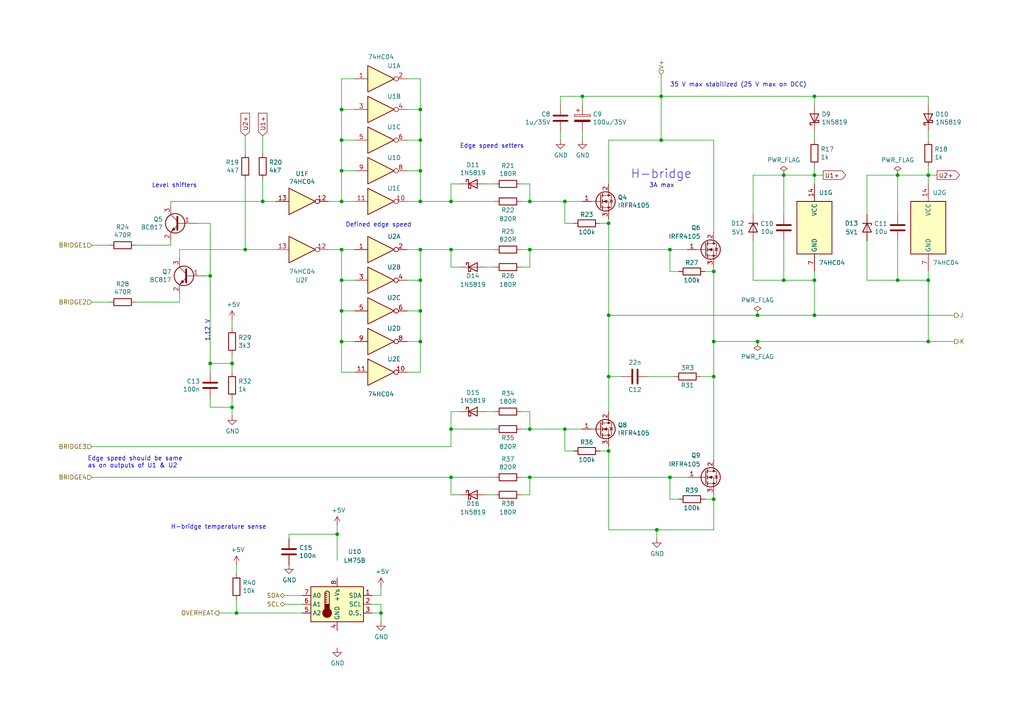
<source format=kicad_sch>
(kicad_sch (version 20231120) (generator "eeschema") (generator_version "8.0")
  (paper "A4")
  (title_block (title "HB22 – DCC booster") (date "2025-02-20") (rev "1.0") (company "Model Railroader Club Brno I – KMŽ Brno I – https://kmz-brno.cz/") (comment 1 "Jan Horáček") (comment 2 "https://github.com/kmzbrnoI/hb22") (comment 3 "https://creativecommons.org/licenses/by-sa/4.0/") (comment 4 "Released under the Creative Commons Attribution-ShareAlike 4.0 License"))
  (lib_symbols
    (symbol "74xx:74HC04"
      (property "Reference" "U" (at 0 1.27 0))
      (property "Value" "74HC04" (at 0 -1.27 0))
      (symbol "74HC04_1_0"
        (polyline (pts (xy -3.81 3.81) (xy -3.81 -3.81) (xy 3.81 0) (xy -3.81 3.81)) (stroke (width 0.254)) (fill (type background)))
        (pin input line (at -7.62 0 0) (length 3.81) (name "~") (number "1"))
        (pin output inverted (at 7.62 0 180) (length 3.81) (name "~") (number "2"))
      )
      (symbol "74HC04_2_0"
        (polyline (pts (xy -3.81 3.81) (xy -3.81 -3.81) (xy 3.81 0) (xy -3.81 3.81)) (stroke (width 0.254)) (fill (type background)))
        (pin input line (at -7.62 0 0) (length 3.81) (name "~") (number "3"))
        (pin output inverted (at 7.62 0 180) (length 3.81) (name "~") (number "4"))
      )
      (symbol "74HC04_3_0"
        (polyline (pts (xy -3.81 3.81) (xy -3.81 -3.81) (xy 3.81 0) (xy -3.81 3.81)) (stroke (width 0.254)) (fill (type background)))
        (pin input line (at -7.62 0 0) (length 3.81) (name "~") (number "5"))
        (pin output inverted (at 7.62 0 180) (length 3.81) (name "~") (number "6"))
      )
      (symbol "74HC04_4_0"
        (polyline (pts (xy -3.81 3.81) (xy -3.81 -3.81) (xy 3.81 0) (xy -3.81 3.81)) (stroke (width 0.254)) (fill (type background)))
        (pin output inverted (at 7.62 0 180) (length 3.81) (name "~") (number "8"))
        (pin input line (at -7.62 0 0) (length 3.81) (name "~") (number "9"))
      )
      (symbol "74HC04_5_0"
        (polyline (pts (xy -3.81 3.81) (xy -3.81 -3.81) (xy 3.81 0) (xy -3.81 3.81)) (stroke (width 0.254)) (fill (type background)))
        (pin output inverted (at 7.62 0 180) (length 3.81) (name "~") (number "10"))
        (pin input line (at -7.62 0 0) (length 3.81) (name "~") (number "11"))
      )
      (symbol "74HC04_6_0"
        (polyline (pts (xy -3.81 3.81) (xy -3.81 -3.81) (xy 3.81 0) (xy -3.81 3.81)) (stroke (width 0.254)) (fill (type background)))
        (pin output inverted (at 7.62 0 180) (length 3.81) (name "~") (number "12"))
        (pin input line (at -7.62 0 0) (length 3.81) (name "~") (number "13"))
      )
      (symbol "74HC04_7_0"
        (pin power_in line (at 0 12.7 270) (length 5.08) (name "VCC") (number "14"))
        (pin power_in line (at 0 -12.7 90) (length 5.08) (name "GND") (number "7"))
      )
      (symbol "74HC04_7_1"
        (rectangle (start -5.08 7.62) (end 5.08 -7.62) (stroke (width 0.254)) (fill (type background)))
      )
    )
    (symbol "Device:C" (pin_numbers hide) (pin_names (offset 0.254))
      (property "Reference" "C" (at 0.635 2.54 0))
      (property "Value" "C" (at 0.635 -2.54 0))
      (symbol "C_0_1"
        (polyline (pts (xy -2.032 -0.762) (xy 2.032 -0.762)) (stroke (width 0.508)))
        (polyline (pts (xy -2.032 0.762) (xy 2.032 0.762)) (stroke (width 0.508)))
      )
      (symbol "C_1_1"
        (pin passive line (at 0 3.81 270) (length 2.794) (name "~") (number "1"))
        (pin passive line (at 0 -3.81 90) (length 2.794) (name "~") (number "2"))
      )
    )
    (symbol "Device:C_Polarized" (pin_numbers hide) (pin_names (offset 0.254))
      (property "Reference" "C" (at 0.635 2.54 0))
      (property "Value" "C_Polarized" (at 0.635 -2.54 0))
      (symbol "C_Polarized_0_1"
        (rectangle (start -2.286 0.508) (end 2.286 1.016))
        (polyline (pts (xy -1.778 2.286) (xy -0.762 2.286)))
        (polyline (pts (xy -1.27 2.794) (xy -1.27 1.778)))
        (rectangle (start 2.286 -0.508) (end -2.286 -1.016) (fill (type outline)))
      )
      (symbol "C_Polarized_1_1"
        (pin passive line (at 0 3.81 270) (length 2.794) (name "~") (number "1"))
        (pin passive line (at 0 -3.81 90) (length 2.794) (name "~") (number "2"))
      )
    )
    (symbol "Device:D_Schottky" (pin_numbers hide) (pin_names (offset 1.016) hide)
      (property "Reference" "D" (at 0 2.54 0))
      (property "Value" "D_Schottky" (at 0 -2.54 0))
      (symbol "D_Schottky_0_1"
        (polyline (pts (xy 1.27 0) (xy -1.27 0)))
        (polyline (pts (xy 1.27 1.27) (xy 1.27 -1.27) (xy -1.27 0) (xy 1.27 1.27)) (stroke (width 0.254)))
        (polyline (pts (xy -1.905 0.635) (xy -1.905 1.27) (xy -1.27 1.27) (xy -1.27 -1.27) (xy -0.635 -1.27) (xy -0.635 -0.635)) (stroke (width 0.254)))
      )
      (symbol "D_Schottky_1_1"
        (pin passive line (at -3.81 0 0) (length 2.54) (name "K") (number "1"))
        (pin passive line (at 3.81 0 180) (length 2.54) (name "A") (number "2"))
      )
    )
    (symbol "Device:Q_NMOS_GDS" (pin_names (offset 0) hide)
      (property "Reference" "Q" (at 5.08 1.27 0))
      (property "Value" "Q_NMOS_GDS" (at 5.08 -1.27 0))
      (symbol "Q_NMOS_GDS_0_1"
        (polyline (pts (xy 0.254 0) (xy -2.54 0)))
        (polyline (pts (xy 0.254 1.905) (xy 0.254 -1.905)) (stroke (width 0.254)))
        (polyline (pts (xy 0.762 -1.27) (xy 0.762 -2.286)) (stroke (width 0.254)))
        (polyline (pts (xy 0.762 0.508) (xy 0.762 -0.508)) (stroke (width 0.254)))
        (polyline (pts (xy 0.762 2.286) (xy 0.762 1.27)) (stroke (width 0.254)))
        (polyline (pts (xy 2.54 2.54) (xy 2.54 1.778)))
        (polyline (pts (xy 2.54 -2.54) (xy 2.54 0) (xy 0.762 0)))
        (polyline (pts (xy 0.762 -1.778) (xy 3.302 -1.778) (xy 3.302 1.778) (xy 0.762 1.778)))
        (polyline (pts (xy 1.016 0) (xy 2.032 0.381) (xy 2.032 -0.381) (xy 1.016 0)) (fill (type outline)))
        (polyline (pts (xy 2.794 0.508) (xy 2.921 0.381) (xy 3.683 0.381) (xy 3.81 0.254)))
        (polyline (pts (xy 3.302 0.381) (xy 2.921 -0.254) (xy 3.683 -0.254) (xy 3.302 0.381)))
        (circle (center 1.651 0) (radius 2.794) (stroke (width 0.254)))
        (circle (center 2.54 -1.778) (radius 0.254) (fill (type outline)))
        (circle (center 2.54 1.778) (radius 0.254) (fill (type outline)))
      )
      (symbol "Q_NMOS_GDS_1_1"
        (pin input line (at -5.08 0 0) (length 2.54) (name "G") (number "1"))
        (pin passive line (at 2.54 5.08 270) (length 2.54) (name "D") (number "2"))
        (pin passive line (at 2.54 -5.08 90) (length 2.54) (name "S") (number "3"))
      )
    )
    (symbol "Device:R" (pin_numbers hide) (pin_names (offset 0))
      (property "Reference" "R" (at 2.032 0 90))
      (property "Value" "R" (at 0 0 90))
      (symbol "R_0_1"
        (rectangle (start -1.016 -2.54) (end 1.016 2.54) (stroke (width 0.254)))
      )
      (symbol "R_1_1"
        (pin passive line (at 0 3.81 270) (length 1.27) (name "~") (number "1"))
        (pin passive line (at 0 -3.81 90) (length 1.27) (name "~") (number "2"))
      )
    )
    (symbol "Diode:BZX84Cxx" (pin_numbers hide) (pin_names hide)
      (property "Reference" "D" (at 0 3.81 0))
      (property "Value" "BZX84Cxx" (at 0 -3.81 0))
      (symbol "BZX84Cxx_0_1"
        (polyline (pts (xy 1.27 0) (xy -1.27 0)))
        (polyline (pts (xy -1.27 -1.27) (xy -1.27 1.27) (xy -0.762 1.27)) (stroke (width 0.254)))
        (polyline (pts (xy 1.27 -1.27) (xy 1.27 1.27) (xy -1.27 0) (xy 1.27 -1.27)) (stroke (width 0.254)))
      )
      (symbol "BZX84Cxx_1_1"
        (pin passive line (at 3.81 0 180) (length 2.54) (name "A") (number "1"))
        (pin no_connect line (at 1.27 0 180) (length 2.54) hide (name "NC") (number "2"))
        (pin passive line (at -3.81 0 0) (length 2.54) (name "K") (number "3"))
      )
    )
    (symbol "Sensor_Temperature:LM75B"
      (property "Reference" "U" (at -6.35 11.43 0))
      (property "Value" "LM75B" (at 0 11.43 0))
      (symbol "LM75B_0_1"
        (rectangle (start -7.62 5.08) (end 7.62 -5.08) (stroke (width 0.254)) (fill (type background)))
        (rectangle (start -3.556 0) (end -2.286 -1.905) (stroke (width 0.254)) (fill (type outline)))
        (circle (center -2.921 -2.54) (radius 1.27) (stroke (width 0.254)) (fill (type outline)))
        (arc (start -2.286 3.175) (mid -2.921 3.8073) (end -3.556 3.175) (stroke (width 0.254)))
        (polyline (pts (xy -3.556 0.635) (xy -2.921 0.635)) (stroke (width 0.254)))
        (polyline (pts (xy -3.556 1.27) (xy -2.921 1.27)) (stroke (width 0.254)))
        (polyline (pts (xy -3.556 1.905) (xy -2.921 1.905)) (stroke (width 0.254)))
        (polyline (pts (xy -3.556 2.54) (xy -2.921 2.54)) (stroke (width 0.254)))
        (polyline (pts (xy -3.556 3.175) (xy -3.556 0)) (stroke (width 0.254)))
        (polyline (pts (xy -3.556 3.175) (xy -2.921 3.175)) (stroke (width 0.254)))
        (polyline (pts (xy -2.286 3.175) (xy -2.286 0)) (stroke (width 0.254)))
      )
      (symbol "LM75B_1_1"
        (pin bidirectional line (at 10.16 2.54 180) (length 2.54) (name "SDA") (number "1"))
        (pin input line (at 10.16 0 180) (length 2.54) (name "SCL") (number "2"))
        (pin open_collector line (at 10.16 -2.54 180) (length 2.54) (name "O.S.") (number "3"))
        (pin power_in line (at 0 -7.62 90) (length 2.54) (name "GND") (number "4"))
        (pin input line (at -10.16 -2.54 0) (length 2.54) (name "A2") (number "5"))
        (pin input line (at -10.16 0 0) (length 2.54) (name "A1") (number "6"))
        (pin input line (at -10.16 2.54 0) (length 2.54) (name "A0") (number "7"))
        (pin power_in line (at 0 7.62 270) (length 2.54) (name "+Vs") (number "8"))
      )
    )
    (symbol "Transistor_BJT:BC817" (pin_names (offset 0) hide)
      (property "Reference" "Q" (at 5.08 1.905 0))
      (property "Value" "BC817" (at 5.08 0 0))
      (symbol "BC817_0_1"
        (polyline (pts (xy 0.635 0.635) (xy 2.54 2.54)))
        (polyline (pts (xy 0.635 -0.635) (xy 2.54 -2.54) (xy 2.54 -2.54)))
        (polyline (pts (xy 0.635 1.905) (xy 0.635 -1.905) (xy 0.635 -1.905)) (stroke (width 0.508)))
        (polyline (pts (xy 1.27 -1.778) (xy 1.778 -1.27) (xy 2.286 -2.286) (xy 1.27 -1.778) (xy 1.27 -1.778)) (fill (type outline)))
        (circle (center 1.27 0) (radius 2.8194) (stroke (width 0.254)))
      )
      (symbol "BC817_1_1"
        (pin input line (at -5.08 0 0) (length 5.715) (name "B") (number "1"))
        (pin passive line (at 2.54 -5.08 90) (length 2.54) (name "E") (number "2"))
        (pin passive line (at 2.54 5.08 270) (length 2.54) (name "C") (number "3"))
      )
    )
    (symbol "power:+5V" (power) (pin_numbers hide) (pin_names (offset 0) hide)
      (property "Value" "+5V" (at 0 3.556 0))
      (symbol "+5V_0_1"
        (polyline (pts (xy -0.762 1.27) (xy 0 2.54)))
        (polyline (pts (xy 0 0) (xy 0 2.54)))
        (polyline (pts (xy 0 2.54) (xy 0.762 1.27)))
      )
      (symbol "+5V_1_1"
        (pin power_in line (at 0 0 90) (length 0) (name "~") (number "1"))
      )
    )
    (symbol "power:GND" (power) (pin_numbers hide) (pin_names (offset 0) hide)
      (property "Value" "GND" (at 0 -3.81 0))
      (symbol "GND_0_1"
        (polyline (pts (xy 0 0) (xy 0 -1.27) (xy 1.27 -1.27) (xy 0 -2.54) (xy -1.27 -1.27) (xy 0 -1.27)))
      )
      (symbol "GND_1_1"
        (pin power_in line (at 0 0 270) (length 0) (name "~") (number "1"))
      )
    )
    (symbol "power:PWR_FLAG" (power) (pin_numbers hide) (pin_names (offset 0) hide)
      (property "Value" "PWR_FLAG" (at 0 3.81 0))
      (symbol "PWR_FLAG_0_0"
        (pin power_out line (at 0 0 90) (length 0) (name "~") (number "1"))
      )
      (symbol "PWR_FLAG_0_1"
        (polyline (pts (xy 0 0) (xy 0 1.27) (xy -1.016 1.905) (xy 0 2.54) (xy 1.016 1.905) (xy 0 1.27)))
      )
    )
  )
  (junction (at 176.53 91.44))
  (junction (at 153.67 124.46))
  (junction (at 190.5 153.67))
  (junction (at 67.31 105.41))
  (junction (at 99.06 40.64))
  (junction (at 99.06 81.28))
  (junction (at 76.2 58.42))
  (junction (at 194.31 138.43))
  (junction (at 121.92 99.06))
  (junction (at 110.49 177.8))
  (junction (at 130.81 58.42))
  (junction (at 97.79 154.94))
  (junction (at 163.83 58.42))
  (junction (at 236.22 81.28))
  (junction (at 71.12 72.39))
  (junction (at 191.77 27.94))
  (junction (at 194.31 72.39))
  (junction (at 121.92 58.42))
  (junction (at 227.33 50.8))
  (junction (at 99.06 99.06))
  (junction (at 121.92 72.39))
  (junction (at 99.06 72.39))
  (junction (at 176.53 109.22))
  (junction (at 269.24 50.8))
  (junction (at 99.06 31.75))
  (junction (at 260.35 81.28))
  (junction (at 67.31 118.11))
  (junction (at 130.81 72.39))
  (junction (at 130.81 138.43))
  (junction (at 236.22 27.94))
  (junction (at 121.92 90.17))
  (junction (at 207.01 144.78))
  (junction (at 227.33 81.28))
  (junction (at 168.91 27.94))
  (junction (at 207.01 99.06))
  (junction (at 130.81 124.46))
  (junction (at 163.83 124.46))
  (junction (at 219.71 91.44))
  (junction (at 153.67 58.42))
  (junction (at 121.92 31.75))
  (junction (at 99.06 58.42))
  (junction (at 121.92 49.53))
  (junction (at 121.92 81.28))
  (junction (at 207.01 109.22))
  (junction (at 153.67 138.43))
  (junction (at 153.67 72.39))
  (junction (at 176.53 130.81))
  (junction (at 219.71 99.06))
  (junction (at 236.22 50.8))
  (junction (at 68.58 177.8))
  (junction (at 207.01 78.74))
  (junction (at 99.06 49.53))
  (junction (at 176.53 64.77))
  (junction (at 260.35 50.8))
  (junction (at 60.96 105.41))
  (junction (at 60.96 80.01))
  (junction (at 269.24 99.06))
  (junction (at 269.24 81.28))
  (junction (at 191.77 40.64))
  (junction (at 99.06 90.17))
  (junction (at 121.92 40.64))
  (junction (at 236.22 91.44))
  (wire (pts (xy 118.11 90.17) (xy 121.92 90.17)))
  (wire (pts (xy 97.79 162.56) (xy 97.79 154.94)))
  (wire (pts (xy 194.31 144.78) (xy 194.31 138.43)))
  (wire (pts (xy 251.46 69.85) (xy 251.46 81.28)))
  (wire (pts (xy 143.51 72.39) (xy 130.81 72.39)))
  (wire (pts (xy 52.07 87.63) (xy 52.07 85.09)))
  (wire (pts (xy 99.06 31.75) (xy 99.06 22.86)))
  (wire (pts (xy 49.53 59.69) (xy 49.53 58.42)))
  (wire (pts (xy 68.58 177.8) (xy 87.63 177.8)))
  (wire (pts (xy 71.12 44.45) (xy 71.12 39.37)))
  (wire (pts (xy 102.87 49.53) (xy 99.06 49.53)))
  (wire (pts (xy 130.81 143.51) (xy 133.35 143.51)))
  (wire (pts (xy 207.01 99.06) (xy 207.01 109.22)))
  (wire (pts (xy 130.81 53.34) (xy 133.35 53.34)))
  (wire (pts (xy 60.96 105.41) (xy 67.31 105.41)))
  (wire (pts (xy 260.35 50.8) (xy 269.24 50.8)))
  (wire (pts (xy 99.06 99.06) (xy 99.06 90.17)))
  (wire (pts (xy 121.92 99.06) (xy 121.92 107.95)))
  (wire (pts (xy 95.25 72.39) (xy 99.06 72.39)))
  (wire (pts (xy 204.47 144.78) (xy 207.01 144.78)))
  (wire (pts (xy 130.81 72.39) (xy 130.81 77.47)))
  (wire (pts (xy 153.67 138.43) (xy 153.67 143.51)))
  (wire (pts (xy 176.53 64.77) (xy 176.53 91.44)))
  (wire (pts (xy 102.87 40.64) (xy 99.06 40.64)))
  (wire (pts (xy 153.67 124.46) (xy 151.13 124.46)))
  (wire (pts (xy 207.01 99.06) (xy 219.71 99.06)))
  (wire (pts (xy 118.11 40.64) (xy 121.92 40.64)))
  (wire (pts (xy 166.37 64.77) (xy 163.83 64.77)))
  (wire (pts (xy 130.81 58.42) (xy 130.81 53.34)))
  (wire (pts (xy 130.81 124.46) (xy 130.81 119.38)))
  (wire (pts (xy 176.53 153.67) (xy 190.5 153.67)))
  (wire (pts (xy 163.83 58.42) (xy 168.91 58.42)))
  (wire (pts (xy 99.06 72.39) (xy 102.87 72.39)))
  (wire (pts (xy 191.77 40.64) (xy 207.01 40.64)))
  (wire (pts (xy 236.22 48.26) (xy 236.22 50.8)))
  (wire (pts (xy 162.56 30.48) (xy 162.56 27.94)))
  (wire (pts (xy 151.13 143.51) (xy 153.67 143.51)))
  (wire (pts (xy 269.24 40.64) (xy 269.24 38.1)))
  (wire (pts (xy 168.91 30.48) (xy 168.91 27.94)))
  (wire (pts (xy 227.33 62.23) (xy 227.33 50.8)))
  (wire (pts (xy 176.53 130.81) (xy 176.53 153.67)))
  (wire (pts (xy 191.77 27.94) (xy 191.77 40.64)))
  (wire (pts (xy 83.82 156.21) (xy 83.82 154.94)))
  (wire (pts (xy 60.96 118.11) (xy 67.31 118.11)))
  (wire (pts (xy 204.47 78.74) (xy 207.01 78.74)))
  (wire (pts (xy 176.53 53.34) (xy 176.53 40.64)))
  (wire (pts (xy 121.92 58.42) (xy 118.11 58.42)))
  (wire (pts (xy 110.49 177.8) (xy 110.49 180.34)))
  (wire (pts (xy 60.96 64.77) (xy 57.15 64.77)))
  (wire (pts (xy 166.37 130.81) (xy 163.83 130.81)))
  (wire (pts (xy 194.31 78.74) (xy 194.31 72.39)))
  (wire (pts (xy 118.11 72.39) (xy 121.92 72.39)))
  (wire (pts (xy 180.34 109.22) (xy 176.53 109.22)))
  (wire (pts (xy 236.22 38.1) (xy 236.22 40.64)))
  (wire (pts (xy 39.37 87.63) (xy 52.07 87.63)))
  (wire (pts (xy 251.46 81.28) (xy 260.35 81.28)))
  (wire (pts (xy 176.53 63.5) (xy 176.53 64.77)))
  (wire (pts (xy 251.46 62.23) (xy 251.46 50.8)))
  (wire (pts (xy 102.87 81.28) (xy 99.06 81.28)))
  (wire (pts (xy 26.67 129.54) (xy 130.81 129.54)))
  (wire (pts (xy 49.53 58.42) (xy 76.2 58.42)))
  (wire (pts (xy 162.56 27.94) (xy 168.91 27.94)))
  (wire (pts (xy 130.81 119.38) (xy 133.35 119.38)))
  (wire (pts (xy 153.67 119.38) (xy 153.67 124.46)))
  (wire (pts (xy 269.24 81.28) (xy 269.24 78.74)))
  (wire (pts (xy 207.01 143.51) (xy 207.01 144.78)))
  (wire (pts (xy 227.33 50.8) (xy 236.22 50.8)))
  (wire (pts (xy 67.31 118.11) (xy 67.31 120.65)))
  (wire (pts (xy 163.83 124.46) (xy 168.91 124.46)))
  (wire (pts (xy 207.01 109.22) (xy 207.01 133.35)))
  (wire (pts (xy 60.96 80.01) (xy 60.96 64.77)))
  (wire (pts (xy 99.06 22.86) (xy 102.87 22.86)))
  (wire (pts (xy 207.01 78.74) (xy 207.01 99.06)))
  (wire (pts (xy 99.06 81.28) (xy 99.06 72.39)))
  (wire (pts (xy 173.99 130.81) (xy 176.53 130.81)))
  (wire (pts (xy 219.71 91.44) (xy 236.22 91.44)))
  (wire (pts (xy 68.58 163.83) (xy 68.58 166.37)))
  (wire (pts (xy 118.11 22.86) (xy 121.92 22.86)))
  (wire (pts (xy 49.53 69.85) (xy 49.53 71.12)))
  (wire (pts (xy 107.95 175.26) (xy 110.49 175.26)))
  (wire (pts (xy 130.81 129.54) (xy 130.81 124.46)))
  (wire (pts (xy 153.67 72.39) (xy 153.67 77.47)))
  (wire (pts (xy 121.92 31.75) (xy 121.92 40.64)))
  (wire (pts (xy 218.44 69.85) (xy 218.44 81.28)))
  (wire (pts (xy 99.06 90.17) (xy 99.06 81.28)))
  (wire (pts (xy 194.31 78.74) (xy 196.85 78.74)))
  (wire (pts (xy 82.55 172.72) (xy 87.63 172.72)))
  (wire (pts (xy 162.56 40.64) (xy 162.56 38.1)))
  (wire (pts (xy 99.06 49.53) (xy 99.06 40.64)))
  (wire (pts (xy 121.92 90.17) (xy 121.92 99.06)))
  (wire (pts (xy 130.81 138.43) (xy 130.81 143.51)))
  (wire (pts (xy 60.96 80.01) (xy 59.69 80.01)))
  (wire (pts (xy 176.53 129.54) (xy 176.53 130.81)))
  (wire (pts (xy 190.5 153.67) (xy 207.01 153.67)))
  (wire (pts (xy 260.35 81.28) (xy 269.24 81.28)))
  (wire (pts (xy 153.67 53.34) (xy 153.67 58.42)))
  (wire (pts (xy 140.97 53.34) (xy 143.51 53.34)))
  (wire (pts (xy 151.13 119.38) (xy 153.67 119.38)))
  (wire (pts (xy 118.11 99.06) (xy 121.92 99.06)))
  (wire (pts (xy 121.92 107.95) (xy 118.11 107.95)))
  (wire (pts (xy 121.92 40.64) (xy 121.92 49.53)))
  (wire (pts (xy 107.95 177.8) (xy 110.49 177.8)))
  (wire (pts (xy 121.92 22.86) (xy 121.92 31.75)))
  (wire (pts (xy 269.24 30.48) (xy 269.24 27.94)))
  (wire (pts (xy 195.58 109.22) (xy 187.96 109.22)))
  (wire (pts (xy 269.24 99.06) (xy 276.86 99.06)))
  (wire (pts (xy 191.77 21.59) (xy 191.77 27.94)))
  (wire (pts (xy 121.92 49.53) (xy 121.92 58.42)))
  (wire (pts (xy 118.11 31.75) (xy 121.92 31.75)))
  (wire (pts (xy 140.97 143.51) (xy 143.51 143.51)))
  (wire (pts (xy 68.58 177.8) (xy 63.5 177.8)))
  (wire (pts (xy 60.96 107.95) (xy 60.96 105.41)))
  (wire (pts (xy 121.92 72.39) (xy 121.92 81.28)))
  (wire (pts (xy 121.92 58.42) (xy 130.81 58.42)))
  (wire (pts (xy 176.53 91.44) (xy 176.53 109.22)))
  (wire (pts (xy 236.22 27.94) (xy 191.77 27.94)))
  (wire (pts (xy 151.13 72.39) (xy 153.67 72.39)))
  (wire (pts (xy 153.67 72.39) (xy 194.31 72.39)))
  (wire (pts (xy 269.24 48.26) (xy 269.24 50.8)))
  (wire (pts (xy 163.83 64.77) (xy 163.83 58.42)))
  (wire (pts (xy 194.31 138.43) (xy 199.39 138.43)))
  (wire (pts (xy 236.22 30.48) (xy 236.22 27.94)))
  (wire (pts (xy 236.22 91.44) (xy 276.86 91.44)))
  (wire (pts (xy 203.2 109.22) (xy 207.01 109.22)))
  (wire (pts (xy 83.82 154.94) (xy 97.79 154.94)))
  (wire (pts (xy 163.83 130.81) (xy 163.83 124.46)))
  (wire (pts (xy 110.49 175.26) (xy 110.49 177.8)))
  (wire (pts (xy 76.2 58.42) (xy 76.2 52.07)))
  (wire (pts (xy 118.11 49.53) (xy 121.92 49.53)))
  (wire (pts (xy 87.63 175.26) (xy 82.55 175.26)))
  (wire (pts (xy 168.91 40.64) (xy 168.91 38.1)))
  (wire (pts (xy 31.75 87.63) (xy 26.67 87.63)))
  (wire (pts (xy 196.85 144.78) (xy 194.31 144.78)))
  (wire (pts (xy 102.87 90.17) (xy 99.06 90.17)))
  (wire (pts (xy 60.96 115.57) (xy 60.96 118.11)))
  (wire (pts (xy 163.83 58.42) (xy 153.67 58.42)))
  (wire (pts (xy 176.53 109.22) (xy 176.53 119.38)))
  (wire (pts (xy 194.31 72.39) (xy 199.39 72.39)))
  (wire (pts (xy 251.46 50.8) (xy 260.35 50.8)))
  (wire (pts (xy 121.92 72.39) (xy 130.81 72.39)))
  (wire (pts (xy 236.22 81.28) (xy 236.22 91.44)))
  (wire (pts (xy 176.53 91.44) (xy 219.71 91.44)))
  (wire (pts (xy 102.87 31.75) (xy 99.06 31.75)))
  (wire (pts (xy 236.22 50.8) (xy 236.22 53.34)))
  (wire (pts (xy 143.51 138.43) (xy 130.81 138.43)))
  (wire (pts (xy 71.12 72.39) (xy 80.01 72.39)))
  (wire (pts (xy 151.13 53.34) (xy 153.67 53.34)))
  (wire (pts (xy 140.97 77.47) (xy 143.51 77.47)))
  (wire (pts (xy 80.01 58.42) (xy 76.2 58.42)))
  (wire (pts (xy 269.24 81.28) (xy 269.24 99.06)))
  (wire (pts (xy 97.79 154.94) (xy 97.79 152.4)))
  (wire (pts (xy 99.06 107.95) (xy 99.06 99.06)))
  (wire (pts (xy 173.99 64.77) (xy 176.53 64.77)))
  (wire (pts (xy 151.13 138.43) (xy 153.67 138.43)))
  (wire (pts (xy 236.22 81.28) (xy 236.22 78.74)))
  (wire (pts (xy 110.49 172.72) (xy 110.49 170.18)))
  (wire (pts (xy 260.35 62.23) (xy 260.35 50.8)))
  (wire (pts (xy 207.01 77.47) (xy 207.01 78.74)))
  (wire (pts (xy 52.07 72.39) (xy 71.12 72.39)))
  (wire (pts (xy 153.67 124.46) (xy 163.83 124.46)))
  (wire (pts (xy 68.58 173.99) (xy 68.58 177.8)))
  (wire (pts (xy 271.78 50.8) (xy 269.24 50.8)))
  (wire (pts (xy 99.06 58.42) (xy 99.06 49.53)))
  (wire (pts (xy 190.5 156.21) (xy 190.5 153.67)))
  (wire (pts (xy 143.51 58.42) (xy 130.81 58.42)))
  (wire (pts (xy 207.01 40.64) (xy 207.01 67.31)))
  (wire (pts (xy 99.06 58.42) (xy 102.87 58.42)))
  (wire (pts (xy 107.95 172.72) (xy 110.49 172.72)))
  (wire (pts (xy 218.44 62.23) (xy 218.44 50.8)))
  (wire (pts (xy 67.31 92.71) (xy 67.31 95.25)))
  (wire (pts (xy 130.81 77.47) (xy 133.35 77.47)))
  (wire (pts (xy 118.11 81.28) (xy 121.92 81.28)))
  (wire (pts (xy 269.24 27.94) (xy 236.22 27.94)))
  (wire (pts (xy 153.67 138.43) (xy 194.31 138.43)))
  (wire (pts (xy 99.06 107.95) (xy 102.87 107.95)))
  (wire (pts (xy 143.51 124.46) (xy 130.81 124.46)))
  (wire (pts (xy 207.01 153.67) (xy 207.01 144.78)))
  (wire (pts (xy 99.06 40.64) (xy 99.06 31.75)))
  (wire (pts (xy 67.31 115.57) (xy 67.31 118.11)))
  (wire (pts (xy 39.37 71.12) (xy 49.53 71.12)))
  (wire (pts (xy 218.44 50.8) (xy 227.33 50.8)))
  (wire (pts (xy 227.33 69.85) (xy 227.33 81.28)))
  (wire (pts (xy 71.12 52.07) (xy 71.12 72.39)))
  (wire (pts (xy 31.75 71.12) (xy 26.67 71.12)))
  (wire (pts (xy 52.07 72.39) (xy 52.07 74.93)))
  (wire (pts (xy 260.35 69.85) (xy 260.35 81.28)))
  (wire (pts (xy 95.25 58.42) (xy 99.06 58.42)))
  (wire (pts (xy 67.31 102.87) (xy 67.31 105.41)))
  (wire (pts (xy 151.13 77.47) (xy 153.67 77.47)))
  (wire (pts (xy 67.31 105.41) (xy 67.31 107.95)))
  (wire (pts (xy 176.53 40.64) (xy 191.77 40.64)))
  (wire (pts (xy 227.33 81.28) (xy 236.22 81.28)))
  (wire (pts (xy 219.71 99.06) (xy 269.24 99.06)))
  (wire (pts (xy 140.97 119.38) (xy 143.51 119.38)))
  (wire (pts (xy 168.91 27.94) (xy 191.77 27.94)))
  (wire (pts (xy 153.67 58.42) (xy 151.13 58.42)))
  (wire (pts (xy 238.76 50.8) (xy 236.22 50.8)))
  (wire (pts (xy 102.87 99.06) (xy 99.06 99.06)))
  (wire (pts (xy 269.24 50.8) (xy 269.24 53.34)))
  (wire (pts (xy 218.44 81.28) (xy 227.33 81.28)))
  (wire (pts (xy 60.96 105.41) (xy 60.96 80.01)))
  (wire (pts (xy 121.92 81.28) (xy 121.92 90.17)))
  (wire (pts (xy 130.81 138.43) (xy 26.67 138.43)))
  (wire (pts (xy 76.2 39.37) (xy 76.2 44.45)))
  (text "35 V max stabilized (25 V max on DCC)" (at 194.31 25.4 0) (effects (font (size 1.27 1.27)) (justify left bottom)))
  (text "3A max" (at 195.58 54.61 0) (effects (font (size 1.27 1.27)) (justify right bottom)))
  (text "1.12 V" (at 60.96 92.71 90) (effects (font (size 1.27 1.27)) (justify right bottom)))
  (text "H-bridge" (at 182.88 52.07 0) (effects (font (size 2.54 2.54)) (justify left bottom)))
  (text "Defined edge speed" (at 119.38 66.04 0) (effects (font (size 1.27 1.27)) (justify right bottom)))
  (text "Edge speed should be same\nas on outputs of U1 & U2" (at 25.4 135.89 0) (effects (font (size 1.27 1.27)) (justify left bottom)))
  (text "Edge speed setters" (at 133.35 43.18 0) (effects (font (size 1.27 1.27)) (justify left bottom)))
  (text "H-bridge temperature sense" (at 49.53 153.67 0) (effects (font (size 1.27 1.27)) (justify left bottom)))
  (text "Level shifters" (at 57.15 54.61 0) (effects (font (size 1.27 1.27)) (justify right bottom)))
  (global_label "U2+" (shape output) (at 271.78 50.8 0) (property "Intersheetrefs" "${INTERSHEET_REFS}" (effects (hide yes))))
  (global_label "U2+" (shape input) (at 71.12 39.37 90) (property "Intersheetrefs" "${INTERSHEET_REFS}" (effects (hide yes))))
  (global_label "U1+" (shape output) (at 238.76 50.8 0) (property "Intersheetrefs" "${INTERSHEET_REFS}" (effects (hide yes))))
  (global_label "U1+" (shape input) (at 76.2 39.37 90) (property "Intersheetrefs" "${INTERSHEET_REFS}" (effects (hide yes))))
  (hierarchical_label "BRIDGE1" (shape input) (at 26.67 71.12 180))
  (hierarchical_label "V+" (shape input) (at 191.77 21.59 90))
  (hierarchical_label "SDA" (shape bidirectional) (at 82.55 172.72 180))
  (hierarchical_label "SCL" (shape bidirectional) (at 82.55 175.26 180))
  (hierarchical_label "J" (shape output) (at 276.86 91.44 0))
  (hierarchical_label "OVERHEAT" (shape output) (at 63.5 177.8 180))
  (hierarchical_label "BRIDGE3" (shape input) (at 26.67 129.54 180))
  (hierarchical_label "BRIDGE2" (shape input) (at 26.67 87.63 180))
  (hierarchical_label "K" (shape output) (at 276.86 99.06 0))
  (hierarchical_label "BRIDGE4" (shape input) (at 26.67 138.43 180))
  (symbol (lib_id "Device:Q_NMOS_GDS") (at 173.99 124.46 0) (unit 1)
    (property "Reference" "Q8" (at 179.1716 123.2916 0) (effects (justify left)))
    (property "Value" "IRFR4105" (at 179.1716 125.603 0) (effects (justify left)))
    (property "Footprint" "Package_TO_SOT_SMD:TO-252-2" (effects (hide yes)))
    (property "Description" "N-MOSFET transistor, gate/drain/source" (effects (hide yes)))
  )
  (symbol (lib_id "Device:Q_NMOS_GDS") (at 173.99 58.42 0) (unit 1)
    (property "Reference" "Q4" (at 179.1716 57.2516 0) (effects (justify left)))
    (property "Value" "IRFR4105" (at 179.1716 59.563 0) (effects (justify left)))
    (property "Footprint" "Package_TO_SOT_SMD:TO-252-2" (effects (hide yes)))
    (property "Description" "N-MOSFET transistor, gate/drain/source" (effects (hide yes)))
  )
  (symbol (lib_id "Device:Q_NMOS_GDS") (at 204.47 72.39 0) (unit 1)
    (property "Reference" "Q6" (at 203.2 66.04 0) (effects (justify right)))
    (property "Value" "IRFR4105" (at 203.2 68.58 0) (effects (justify right)))
    (property "Footprint" "Package_TO_SOT_SMD:TO-252-2" (effects (hide yes)))
    (property "Description" "N-MOSFET transistor, gate/drain/source" (effects (hide yes)))
  )
  (symbol (lib_id "Device:Q_NMOS_GDS") (at 204.47 138.43 0) (unit 1)
    (property "Reference" "Q9" (at 203.2 132.08 0) (effects (justify right)))
    (property "Value" "IRFR4105" (at 203.2 134.62 0) (effects (justify right)))
    (property "Footprint" "Package_TO_SOT_SMD:TO-252-2" (effects (hide yes)))
    (property "Description" "N-MOSFET transistor, gate/drain/source" (effects (hide yes)))
  )
  (symbol (lib_id "Device:R") (at 170.18 130.81 270) (unit 1)
    (property "Reference" "R36" (at 170.18 128.27 90))
    (property "Value" "100k" (at 170.18 133.35 90))
    (property "Footprint" "Resistor_SMD:R_0805_2012Metric_Pad1.20x1.40mm_HandSolder" (effects (hide yes)))
    (property "Description" "Resistor" (effects (hide yes)))
  )
  (symbol (lib_id "Device:R") (at 200.66 144.78 270) (unit 1)
    (property "Reference" "R39" (at 200.66 142.24 90))
    (property "Value" "100k" (at 200.66 147.32 90))
    (property "Footprint" "Resistor_SMD:R_0805_2012Metric_Pad1.20x1.40mm_HandSolder" (effects (hide yes)))
    (property "Description" "Resistor" (effects (hide yes)))
  )
  (symbol (lib_id "Device:R") (at 200.66 78.74 90) (unit 1)
    (property "Reference" "R27" (at 200.66 76.2 90))
    (property "Value" "100k" (at 200.66 81.28 90))
    (property "Footprint" "Resistor_SMD:R_0805_2012Metric_Pad1.20x1.40mm_HandSolder" (effects (hide yes)))
    (property "Description" "Resistor" (effects (hide yes)))
  )
  (symbol (lib_id "Device:R") (at 170.18 64.77 270) (unit 1)
    (property "Reference" "R23" (at 170.18 62.23 90))
    (property "Value" "100k" (at 170.18 67.31 90))
    (property "Footprint" "Resistor_SMD:R_0805_2012Metric_Pad1.20x1.40mm_HandSolder" (effects (hide yes)))
    (property "Description" "Resistor" (effects (hide yes)))
  )
  (symbol (lib_id "power:GND") (at 190.5 156.21 0) (unit 1)
    (property "Reference" "#PWR0120" (effects (hide yes)))
    (property "Value" "GND" (at 190.627 160.6042 0))
    (property "Description" "Power symbol creates a global label with name \"GND\" , ground" (effects (hide yes)))
  )
  (symbol (lib_id "Device:R") (at 199.39 109.22 270) (mirror x) (unit 1)
    (property "Reference" "R31" (at 199.39 111.76 90))
    (property "Value" "3R3" (at 199.39 106.68 90))
    (property "Footprint" "Resistor_SMD:R_0805_2012Metric_Pad1.20x1.40mm_HandSolder" (effects (hide yes)))
    (property "Description" "Resistor" (effects (hide yes)))
  )
  (symbol (lib_id "Device:C") (at 184.15 109.22 270) (unit 1)
    (property "Reference" "C12" (at 184.15 113.03 90))
    (property "Value" "22n" (at 184.15 105.1306 90))
    (property "Footprint" "Capacitor_SMD:C_0805_2012Metric_Pad1.18x1.45mm_HandSolder" (effects (hide yes)))
    (property "Description" "Unpolarized capacitor" (effects (hide yes)))
  )
  (symbol (lib_id "74xx:74HC04") (at 110.49 31.75 0) (unit 2)
    (property "Reference" "U1" (at 114.3 27.94 0))
    (property "Value" "74HC04" (effects (hide yes)))
    (property "Footprint" "Package_DIP:DIP-14_W8.89mm_SMDSocket_LongPads" (effects (hide yes)))
    (property "Datasheet" "https://assets.nexperia.com/documents/data-sheet/74HC_HCT04.pdf" (effects (hide yes)))
    (property "Description" "Hex Inverter" (effects (hide yes)))
  )
  (symbol (lib_id "74xx:74HC04") (at 110.49 40.64 0) (unit 3)
    (property "Reference" "U1" (at 114.3 36.83 0))
    (property "Value" "74HC04" (effects (hide yes)))
    (property "Footprint" "Package_DIP:DIP-14_W8.89mm_SMDSocket_LongPads" (effects (hide yes)))
    (property "Datasheet" "https://assets.nexperia.com/documents/data-sheet/74HC_HCT04.pdf" (effects (hide yes)))
    (property "Description" "Hex Inverter" (effects (hide yes)))
  )
  (symbol (lib_id "74xx:74HC04") (at 110.49 49.53 0) (unit 4)
    (property "Reference" "U1" (at 114.3 45.72 0))
    (property "Value" "74HC04" (effects (hide yes)))
    (property "Footprint" "Package_DIP:DIP-14_W8.89mm_SMDSocket_LongPads" (effects (hide yes)))
    (property "Datasheet" "https://assets.nexperia.com/documents/data-sheet/74HC_HCT04.pdf" (effects (hide yes)))
    (property "Description" "Hex Inverter" (effects (hide yes)))
  )
  (symbol (lib_id "74xx:74HC04") (at 110.49 58.42 0) (unit 5)
    (property "Reference" "U1" (at 114.3 54.61 0))
    (property "Value" "74HC04" (effects (hide yes)))
    (property "Footprint" "Package_DIP:DIP-14_W8.89mm_SMDSocket_LongPads" (effects (hide yes)))
    (property "Datasheet" "https://assets.nexperia.com/documents/data-sheet/74HC_HCT04.pdf" (effects (hide yes)))
    (property "Description" "Hex Inverter" (effects (hide yes)))
  )
  (symbol (lib_id "74xx:74HC04") (at 87.63 58.42 0) (unit 6)
    (property "Reference" "U1" (at 87.63 50.3682 0))
    (property "Value" "74HC04" (at 87.63 52.6796 0))
    (property "Footprint" "Package_DIP:DIP-14_W8.89mm_SMDSocket_LongPads" (effects (hide yes)))
    (property "Datasheet" "https://assets.nexperia.com/documents/data-sheet/74HC_HCT04.pdf" (effects (hide yes)))
    (property "Description" "Hex Inverter" (effects (hide yes)))
  )
  (symbol (lib_id "74xx:74HC04") (at 236.22 66.04 0) (unit 7)
    (property "Reference" "U1" (at 237.49 55.88 0) (effects (justify left)))
    (property "Value" "74HC04" (at 237.49 76.2 0) (effects (justify left)))
    (property "Footprint" "Package_DIP:DIP-14_W8.89mm_SMDSocket_LongPads" (effects (hide yes)))
    (property "Datasheet" "https://assets.nexperia.com/documents/data-sheet/74HC_HCT04.pdf" (effects (hide yes)))
    (property "Description" "Hex Inverter" (effects (hide yes)))
  )
  (symbol (lib_id "74xx:74HC04") (at 110.49 22.86 0) (unit 1)
    (property "Reference" "U1" (at 114.3 19.05 0))
    (property "Value" "74HC04" (at 110.49 16.51 0))
    (property "Footprint" "Package_DIP:DIP-14_W8.89mm_SMDSocket_LongPads" (effects (hide yes)))
    (property "Datasheet" "https://assets.nexperia.com/documents/data-sheet/74HC_HCT04.pdf" (effects (hide yes)))
    (property "Description" "Hex Inverter" (effects (hide yes)))
  )
  (symbol (lib_id "Device:R") (at 147.32 77.47 90) (unit 1)
    (property "Reference" "R26" (at 147.32 80.01 90))
    (property "Value" "180R" (at 147.32 82.55 90))
    (property "Footprint" "Resistor_SMD:R_0805_2012Metric_Pad1.20x1.40mm_HandSolder" (effects (hide yes)))
    (property "Description" "Resistor" (effects (hide yes)))
  )
  (symbol (lib_id "Device:R") (at 147.32 72.39 270) (unit 1)
    (property "Reference" "R25" (at 147.32 67.1322 90))
    (property "Value" "820R" (at 147.32 69.4436 90))
    (property "Footprint" "Resistor_SMD:R_0805_2012Metric_Pad1.20x1.40mm_HandSolder" (effects (hide yes)))
    (property "Description" "Resistor" (effects (hide yes)))
  )
  (symbol (lib_id "Device:D_Schottky") (at 137.16 77.47 0) (unit 1)
    (property "Reference" "D14" (at 137.16 80.01 0))
    (property "Value" "1N5819" (at 137.16 82.55 0))
    (property "Footprint" "Diode_SMD:D_SOD-123" (effects (hide yes)))
    (property "Description" "Schottky diode" (effects (hide yes)))
    (property "Sim.Device" "D" (effects (hide yes)))
    (property "Sim.Pins" "1=K 2=A" (effects (hide yes)))
  )
  (symbol (lib_id "Device:R") (at 147.32 58.42 270) (unit 1)
    (property "Reference" "R22" (at 147.32 60.96 90))
    (property "Value" "820R" (at 147.32 63.5 90))
    (property "Footprint" "Resistor_SMD:R_0805_2012Metric_Pad1.20x1.40mm_HandSolder" (effects (hide yes)))
    (property "Description" "Resistor" (effects (hide yes)))
  )
  (symbol (lib_id "Device:R") (at 147.32 53.34 270) (unit 1)
    (property "Reference" "R21" (at 147.32 48.0822 90))
    (property "Value" "180R" (at 147.32 50.3936 90))
    (property "Footprint" "Resistor_SMD:R_0805_2012Metric_Pad1.20x1.40mm_HandSolder" (effects (hide yes)))
    (property "Description" "Resistor" (effects (hide yes)))
  )
  (symbol (lib_id "Device:D_Schottky") (at 137.16 53.34 0) (unit 1)
    (property "Reference" "D11" (at 137.16 47.8282 0))
    (property "Value" "1N5819" (at 137.16 50.1396 0))
    (property "Footprint" "Diode_SMD:D_SOD-123" (effects (hide yes)))
    (property "Description" "Schottky diode" (effects (hide yes)))
    (property "Sim.Device" "D" (effects (hide yes)))
    (property "Sim.Pins" "1=K 2=A" (effects (hide yes)))
  )
  (symbol (lib_id "Device:C") (at 227.33 66.04 0) (mirror x) (unit 1)
    (property "Reference" "C10" (at 224.409 64.8716 0) (effects (justify right)))
    (property "Value" "10u" (at 224.409 67.183 0) (effects (justify right)))
    (property "Footprint" "Capacitor_SMD:C_0805_2012Metric_Pad1.18x1.45mm_HandSolder" (effects (hide yes)))
    (property "Description" "Unpolarized capacitor" (effects (hide yes)))
  )
  (symbol (lib_id "Diode:BZX84Cxx") (at 218.44 66.04 270) (unit 1)
    (property "Reference" "D12" (at 215.9 64.77 90) (effects (justify right)))
    (property "Value" "5V1" (at 215.9 67.31 90) (effects (justify right)))
    (property "Footprint" "Package_TO_SOT_SMD:SOT-23" (effects (hide yes)))
    (property "Datasheet" "https://diotec.com/tl_files/diotec/files/pdf/datasheets/bzx84c2v4.pdf" (effects (hide yes)))
    (property "Description" "300mW Zener Diode, SOT-23" (effects (hide yes)))
  )
  (symbol (lib_id "Device:D_Schottky") (at 236.22 34.29 90) (unit 1)
    (property "Reference" "D9" (at 238.252 33.1216 90) (effects (justify right)))
    (property "Value" "1N5819" (at 238.252 35.433 90) (effects (justify right)))
    (property "Footprint" "Diode_SMD:D_SOD-123" (effects (hide yes)))
    (property "Description" "Schottky diode" (effects (hide yes)))
    (property "Sim.Device" "D" (effects (hide yes)))
    (property "Sim.Pins" "1=K 2=A" (effects (hide yes)))
  )
  (symbol (lib_id "74xx:74HC04") (at 269.24 66.04 0) (unit 7)
    (property "Reference" "U2" (at 270.51 55.88 0) (effects (justify left)))
    (property "Value" "74HC04" (at 270.51 76.2 0) (effects (justify left)))
    (property "Footprint" "Package_DIP:DIP-14_W8.89mm_SMDSocket_LongPads" (effects (hide yes)))
    (property "Datasheet" "https://assets.nexperia.com/documents/data-sheet/74HC_HCT04.pdf" (effects (hide yes)))
    (property "Description" "Hex Inverter" (effects (hide yes)))
  )
  (symbol (lib_id "Device:C") (at 260.35 66.04 0) (mirror x) (unit 1)
    (property "Reference" "C11" (at 257.429 64.8716 0) (effects (justify right)))
    (property "Value" "10u" (at 257.429 67.183 0) (effects (justify right)))
    (property "Footprint" "Capacitor_SMD:C_0805_2012Metric_Pad1.18x1.45mm_HandSolder" (effects (hide yes)))
    (property "Description" "Unpolarized capacitor" (effects (hide yes)))
  )
  (symbol (lib_id "Diode:BZX84Cxx") (at 251.46 66.04 270) (unit 1)
    (property "Reference" "D13" (at 248.92 64.77 90) (effects (justify right)))
    (property "Value" "5V1" (at 248.92 67.31 90) (effects (justify right)))
    (property "Footprint" "Package_TO_SOT_SMD:SOT-23" (effects (hide yes)))
    (property "Datasheet" "https://diotec.com/tl_files/diotec/files/pdf/datasheets/bzx84c2v4.pdf" (effects (hide yes)))
    (property "Description" "300mW Zener Diode, SOT-23" (effects (hide yes)))
  )
  (symbol (lib_id "Device:D_Schottky") (at 269.24 34.29 90) (unit 1)
    (property "Reference" "D10" (at 271.272 33.1216 90) (effects (justify right)))
    (property "Value" "1N5819" (at 271.272 35.433 90) (effects (justify right)))
    (property "Footprint" "Diode_SMD:D_SOD-123" (effects (hide yes)))
    (property "Description" "Schottky diode" (effects (hide yes)))
    (property "Sim.Device" "D" (effects (hide yes)))
    (property "Sim.Pins" "1=K 2=A" (effects (hide yes)))
  )
  (symbol (lib_id "Device:R") (at 236.22 44.45 0) (unit 1)
    (property "Reference" "R17" (at 237.998 43.2816 0) (effects (justify left)))
    (property "Value" "1k" (at 237.998 45.593 0) (effects (justify left)))
    (property "Footprint" "Resistor_SMD:R_2512_6332Metric_Pad1.40x3.35mm_HandSolder" (effects (hide yes)))
    (property "Description" "Resistor" (effects (hide yes)))
  )
  (symbol (lib_id "Device:R") (at 269.24 44.45 0) (unit 1)
    (property "Reference" "R18" (at 271.018 43.2816 0) (effects (justify left)))
    (property "Value" "1k" (at 271.018 45.593 0) (effects (justify left)))
    (property "Footprint" "Resistor_SMD:R_2512_6332Metric_Pad1.40x3.35mm_HandSolder" (effects (hide yes)))
    (property "Description" "Resistor" (effects (hide yes)))
  )
  (symbol (lib_id "Device:R") (at 147.32 143.51 90) (unit 1)
    (property "Reference" "R38" (at 147.32 146.05 90))
    (property "Value" "180R" (at 147.32 148.59 90))
    (property "Footprint" "Resistor_SMD:R_0805_2012Metric_Pad1.20x1.40mm_HandSolder" (effects (hide yes)))
    (property "Description" "Resistor" (effects (hide yes)))
  )
  (symbol (lib_id "Device:R") (at 147.32 138.43 270) (unit 1)
    (property "Reference" "R37" (at 147.32 133.1722 90))
    (property "Value" "820R" (at 147.32 135.4836 90))
    (property "Footprint" "Resistor_SMD:R_0805_2012Metric_Pad1.20x1.40mm_HandSolder" (effects (hide yes)))
    (property "Description" "Resistor" (effects (hide yes)))
  )
  (symbol (lib_id "Device:D_Schottky") (at 137.16 143.51 0) (unit 1)
    (property "Reference" "D16" (at 137.16 146.05 0))
    (property "Value" "1N5819" (at 137.16 148.59 0))
    (property "Footprint" "Diode_SMD:D_SOD-123" (effects (hide yes)))
    (property "Description" "Schottky diode" (effects (hide yes)))
    (property "Sim.Device" "D" (effects (hide yes)))
    (property "Sim.Pins" "1=K 2=A" (effects (hide yes)))
  )
  (symbol (lib_id "Device:R") (at 147.32 124.46 270) (unit 1)
    (property "Reference" "R35" (at 147.32 127 90))
    (property "Value" "820R" (at 147.32 129.54 90))
    (property "Footprint" "Resistor_SMD:R_0805_2012Metric_Pad1.20x1.40mm_HandSolder" (effects (hide yes)))
    (property "Description" "Resistor" (effects (hide yes)))
  )
  (symbol (lib_id "Device:R") (at 147.32 119.38 270) (unit 1)
    (property "Reference" "R34" (at 147.32 114.1222 90))
    (property "Value" "180R" (at 147.32 116.4336 90))
    (property "Footprint" "Resistor_SMD:R_0805_2012Metric_Pad1.20x1.40mm_HandSolder" (effects (hide yes)))
    (property "Description" "Resistor" (effects (hide yes)))
  )
  (symbol (lib_id "Device:D_Schottky") (at 137.16 119.38 0) (unit 1)
    (property "Reference" "D15" (at 137.16 113.8682 0))
    (property "Value" "1N5819" (at 137.16 116.1796 0))
    (property "Footprint" "Diode_SMD:D_SOD-123" (effects (hide yes)))
    (property "Description" "Schottky diode" (effects (hide yes)))
    (property "Sim.Device" "D" (effects (hide yes)))
    (property "Sim.Pins" "1=K 2=A" (effects (hide yes)))
  )
  (symbol (lib_id "74xx:74HC04") (at 110.49 90.17 0) (unit 3)
    (property "Reference" "U2" (at 114.3 86.36 0))
    (property "Value" "74HC04" (effects (hide yes)))
    (property "Footprint" "Package_DIP:DIP-14_W8.89mm_SMDSocket_LongPads" (effects (hide yes)))
    (property "Datasheet" "https://assets.nexperia.com/documents/data-sheet/74HC_HCT04.pdf" (effects (hide yes)))
    (property "Description" "Hex Inverter" (effects (hide yes)))
  )
  (symbol (lib_id "74xx:74HC04") (at 110.49 99.06 0) (unit 4)
    (property "Reference" "U2" (at 114.3 95.25 0))
    (property "Value" "74HC04" (effects (hide yes)))
    (property "Footprint" "Package_DIP:DIP-14_W8.89mm_SMDSocket_LongPads" (effects (hide yes)))
    (property "Datasheet" "https://assets.nexperia.com/documents/data-sheet/74HC_HCT04.pdf" (effects (hide yes)))
    (property "Description" "Hex Inverter" (effects (hide yes)))
  )
  (symbol (lib_id "74xx:74HC04") (at 110.49 107.95 0) (unit 5)
    (property "Reference" "U2" (at 114.3 104.14 0))
    (property "Value" "74HC04" (effects (hide yes)))
    (property "Footprint" "Package_DIP:DIP-14_W8.89mm_SMDSocket_LongPads" (effects (hide yes)))
    (property "Datasheet" "https://assets.nexperia.com/documents/data-sheet/74HC_HCT04.pdf" (effects (hide yes)))
    (property "Description" "Hex Inverter" (effects (hide yes)))
  )
  (symbol (lib_id "74xx:74HC04") (at 110.49 81.28 0) (unit 2)
    (property "Reference" "U2" (at 114.3 77.47 0))
    (property "Value" "74HC04" (effects (hide yes)))
    (property "Footprint" "Package_DIP:DIP-14_W8.89mm_SMDSocket_LongPads" (effects (hide yes)))
    (property "Datasheet" "https://assets.nexperia.com/documents/data-sheet/74HC_HCT04.pdf" (effects (hide yes)))
    (property "Description" "Hex Inverter" (effects (hide yes)))
  )
  (symbol (lib_id "74xx:74HC04") (at 87.63 72.39 0) (unit 6)
    (property "Reference" "U2" (at 87.63 81.28 0))
    (property "Value" "74HC04" (at 87.63 78.74 0))
    (property "Footprint" "Package_DIP:DIP-14_W8.89mm_SMDSocket_LongPads" (effects (hide yes)))
    (property "Datasheet" "https://assets.nexperia.com/documents/data-sheet/74HC_HCT04.pdf" (effects (hide yes)))
    (property "Description" "Hex Inverter" (effects (hide yes)))
  )
  (symbol (lib_id "74xx:74HC04") (at 110.49 72.39 0) (unit 1)
    (property "Reference" "U2" (at 114.3 68.58 0))
    (property "Value" "74HC04" (at 110.49 114.3 0))
    (property "Footprint" "Package_DIP:DIP-14_W8.89mm_SMDSocket_LongPads" (effects (hide yes)))
    (property "Datasheet" "https://assets.nexperia.com/documents/data-sheet/74HC_HCT04.pdf" (effects (hide yes)))
    (property "Description" "Hex Inverter" (effects (hide yes)))
  )
  (symbol (lib_id "Transistor_BJT:BC817") (at 52.07 64.77 0) (mirror y) (unit 1)
    (property "Reference" "Q5" (at 47.2186 63.6016 0) (effects (justify left)))
    (property "Value" "BC817" (at 47.2186 65.913 0) (effects (justify left)))
    (property "Footprint" "Package_TO_SOT_SMD:SOT-23" (effects (hide yes)))
    (property "Datasheet" "https://www.onsemi.com/pub/Collateral/BC818-D.pdf" (effects (hide yes)))
    (property "Description" "0.8A Ic, 45V Vce, NPN Transistor, SOT-23" (effects (hide yes)))
  )
  (symbol (lib_id "Transistor_BJT:BC817") (at 54.61 80.01 0) (mirror y) (unit 1)
    (property "Reference" "Q7" (at 49.7586 78.8416 0) (effects (justify left)))
    (property "Value" "BC817" (at 49.7586 81.153 0) (effects (justify left)))
    (property "Footprint" "Package_TO_SOT_SMD:SOT-23" (effects (hide yes)))
    (property "Datasheet" "https://www.onsemi.com/pub/Collateral/BC818-D.pdf" (effects (hide yes)))
    (property "Description" "0.8A Ic, 45V Vce, NPN Transistor, SOT-23" (effects (hide yes)))
  )
  (symbol (lib_id "Device:R") (at 76.2 48.26 0) (unit 1)
    (property "Reference" "R20" (at 77.978 47.0916 0) (effects (justify left)))
    (property "Value" "4k7" (at 77.978 49.403 0) (effects (justify left)))
    (property "Footprint" "Resistor_SMD:R_0805_2012Metric_Pad1.20x1.40mm_HandSolder" (effects (hide yes)))
    (property "Description" "Resistor" (effects (hide yes)))
  )
  (symbol (lib_id "Device:R") (at 71.12 48.26 0) (mirror x) (unit 1)
    (property "Reference" "R19" (at 69.342 47.0916 0) (effects (justify right)))
    (property "Value" "4k7" (at 69.342 49.403 0) (effects (justify right)))
    (property "Footprint" "Resistor_SMD:R_0805_2012Metric_Pad1.20x1.40mm_HandSolder" (effects (hide yes)))
    (property "Description" "Resistor" (effects (hide yes)))
  )
  (symbol (lib_id "Device:R") (at 35.56 71.12 270) (unit 1)
    (property "Reference" "R24" (at 35.56 65.8622 90))
    (property "Value" "470R" (at 35.56 68.1736 90))
    (property "Footprint" "Resistor_SMD:R_0805_2012Metric_Pad1.20x1.40mm_HandSolder" (effects (hide yes)))
    (property "Description" "Resistor" (effects (hide yes)))
  )
  (symbol (lib_id "Device:R") (at 35.56 87.63 270) (unit 1)
    (property "Reference" "R28" (at 35.56 82.3722 90))
    (property "Value" "470R" (at 35.56 84.6836 90))
    (property "Footprint" "Resistor_SMD:R_0805_2012Metric_Pad1.20x1.40mm_HandSolder" (effects (hide yes)))
    (property "Description" "Resistor" (effects (hide yes)))
  )
  (symbol (lib_id "Device:R") (at 67.31 99.06 0) (unit 1)
    (property "Reference" "R29" (at 69.088 97.8916 0) (effects (justify left)))
    (property "Value" "3k3" (at 69.088 100.203 0) (effects (justify left)))
    (property "Footprint" "Resistor_SMD:R_0805_2012Metric_Pad1.20x1.40mm_HandSolder" (effects (hide yes)))
    (property "Description" "Resistor" (effects (hide yes)))
  )
  (symbol (lib_id "Device:R") (at 67.31 111.76 0) (unit 1)
    (property "Reference" "R32" (at 69.088 110.5916 0) (effects (justify left)))
    (property "Value" "1k" (at 69.088 112.903 0) (effects (justify left)))
    (property "Footprint" "Resistor_SMD:R_0805_2012Metric_Pad1.20x1.40mm_HandSolder" (effects (hide yes)))
    (property "Description" "Resistor" (effects (hide yes)))
  )
  (symbol (lib_id "Device:C") (at 60.96 111.76 0) (mirror x) (unit 1)
    (property "Reference" "C13" (at 58.039 110.5916 0) (effects (justify right)))
    (property "Value" "100n" (at 58.039 112.903 0) (effects (justify right)))
    (property "Footprint" "Capacitor_SMD:C_0805_2012Metric_Pad1.18x1.45mm_HandSolder" (effects (hide yes)))
    (property "Description" "Unpolarized capacitor" (effects (hide yes)))
  )
  (symbol (lib_id "power:+5V") (at 67.31 92.71 0) (unit 1)
    (property "Reference" "#PWR0130" (effects (hide yes)))
    (property "Value" "+5V" (at 67.691 88.3158 0))
    (property "Description" "Power symbol creates a global label with name \"+5V\"" (effects (hide yes)))
  )
  (symbol (lib_id "power:GND") (at 67.31 120.65 0) (unit 1)
    (property "Reference" "#PWR0131" (effects (hide yes)))
    (property "Value" "GND" (at 67.437 125.0442 0))
    (property "Description" "Power symbol creates a global label with name \"GND\" , ground" (effects (hide yes)))
  )
  (symbol (lib_id "Device:C_Polarized") (at 168.91 34.29 0) (unit 1)
    (property "Reference" "C9" (at 171.9072 33.1216 0) (effects (justify left)))
    (property "Value" "100u/35V" (at 171.9072 35.433 0) (effects (justify left)))
    (property "Footprint" "Capacitor_THT:CP_Radial_D6.3mm_P2.50mm" (effects (hide yes)))
    (property "Description" "Polarized capacitor" (effects (hide yes)))
  )
  (symbol (lib_id "power:GND") (at 168.91 40.64 0) (unit 1)
    (property "Reference" "#PWR0134" (effects (hide yes)))
    (property "Value" "GND" (at 169.037 45.0342 0))
    (property "Description" "Power symbol creates a global label with name \"GND\" , ground" (effects (hide yes)))
  )
  (symbol (lib_id "Device:C") (at 162.56 34.29 0) (mirror x) (unit 1)
    (property "Reference" "C8" (at 159.6644 33.1216 0) (effects (justify right)))
    (property "Value" "1u/35V" (at 159.6644 35.433 0) (effects (justify right)))
    (property "Footprint" "Capacitor_SMD:C_0805_2012Metric_Pad1.18x1.45mm_HandSolder" (effects (hide yes)))
    (property "Description" "Unpolarized capacitor" (effects (hide yes)))
  )
  (symbol (lib_id "power:GND") (at 162.56 40.64 0) (unit 1)
    (property "Reference" "#PWR0135" (effects (hide yes)))
    (property "Value" "GND" (at 162.687 45.0342 0))
    (property "Description" "Power symbol creates a global label with name \"GND\" , ground" (effects (hide yes)))
  )
  (symbol (lib_id "Sensor_Temperature:LM75B") (at 97.79 175.26 0) (unit 1)
    (property "Reference" "U10" (at 102.87 160.02 0))
    (property "Value" "LM75B" (at 102.87 162.56 0))
    (property "Footprint" "Package_SO:SOIC-8_3.9x4.9mm_P1.27mm" (effects (hide yes)))
    (property "Datasheet" "http://www.ti.com/lit/ds/symlink/lm75b.pdf" (effects (hide yes)))
    (property "Description" "Digital Temperature Sensor & Thermal Watchdog with LP on I2C and bus fault timeout, SOIC-8 and VSSOP-8" (effects (hide yes)))
  )
  (symbol (lib_id "power:+5V") (at 97.79 152.4 0) (unit 1)
    (property "Reference" "#PWR0136" (effects (hide yes)))
    (property "Value" "+5V" (at 98.171 148.0058 0))
    (property "Description" "Power symbol creates a global label with name \"+5V\"" (effects (hide yes)))
  )
  (symbol (lib_id "power:GND") (at 110.49 180.34 0) (unit 1)
    (property "Reference" "#PWR0137" (effects (hide yes)))
    (property "Value" "GND" (at 110.617 184.7342 0))
    (property "Description" "Power symbol creates a global label with name \"GND\" , ground" (effects (hide yes)))
  )
  (symbol (lib_id "power:GND") (at 97.79 187.96 0) (unit 1)
    (property "Reference" "#PWR0138" (effects (hide yes)))
    (property "Value" "GND" (at 97.917 192.3542 0))
    (property "Description" "Power symbol creates a global label with name \"GND\" , ground" (effects (hide yes)))
  )
  (symbol (lib_id "Device:C") (at 83.82 160.02 0) (unit 1)
    (property "Reference" "C15" (at 86.741 158.8516 0) (effects (justify left)))
    (property "Value" "100n" (at 86.741 161.163 0) (effects (justify left)))
    (property "Footprint" "Capacitor_SMD:C_0805_2012Metric_Pad1.18x1.45mm_HandSolder" (effects (hide yes)))
    (property "Description" "Unpolarized capacitor" (effects (hide yes)))
  )
  (symbol (lib_id "power:GND") (at 83.82 163.83 0) (unit 1)
    (property "Reference" "#PWR0139" (effects (hide yes)))
    (property "Value" "GND" (at 83.947 168.2242 0))
    (property "Description" "Power symbol creates a global label with name \"GND\" , ground" (effects (hide yes)))
  )
  (symbol (lib_id "Device:R") (at 68.58 170.18 0) (unit 1)
    (property "Reference" "R40" (at 70.358 169.0116 0) (effects (justify left)))
    (property "Value" "10k" (at 70.358 171.323 0) (effects (justify left)))
    (property "Footprint" "Resistor_SMD:R_0805_2012Metric_Pad1.20x1.40mm_HandSolder" (effects (hide yes)))
    (property "Description" "Resistor" (effects (hide yes)))
  )
  (symbol (lib_id "power:+5V") (at 68.58 163.83 0) (unit 1)
    (property "Reference" "#PWR0140" (effects (hide yes)))
    (property "Value" "+5V" (at 68.961 159.4358 0))
    (property "Description" "Power symbol creates a global label with name \"+5V\"" (effects (hide yes)))
  )
  (symbol (lib_id "power:+5V") (at 110.49 170.18 0) (unit 1)
    (property "Reference" "#PWR0141" (effects (hide yes)))
    (property "Value" "+5V" (at 110.871 165.7858 0))
    (property "Description" "Power symbol creates a global label with name \"+5V\"" (effects (hide yes)))
  )
  (symbol (lib_id "power:PWR_FLAG") (at 219.71 91.44 0) (unit 1)
    (property "Reference" "#FLG0105" (effects (hide yes)))
    (property "Value" "PWR_FLAG" (at 219.71 87.0458 0))
    (property "Description" "Special symbol for telling ERC where power comes from" (effects (hide yes)))
  )
  (symbol (lib_id "power:PWR_FLAG") (at 219.71 99.06 180) (unit 1)
    (property "Reference" "#FLG0106" (effects (hide yes)))
    (property "Value" "PWR_FLAG" (at 219.71 103.4542 0))
    (property "Description" "Special symbol for telling ERC where power comes from" (effects (hide yes)))
  )
  (symbol (lib_id "power:PWR_FLAG") (at 227.33 50.8 0) (unit 1)
    (property "Reference" "#FLG0107" (effects (hide yes)))
    (property "Value" "PWR_FLAG" (at 227.33 46.4058 0))
    (property "Description" "Special symbol for telling ERC where power comes from" (effects (hide yes)))
  )
  (symbol (lib_id "power:PWR_FLAG") (at 260.35 50.8 0) (unit 1)
    (property "Reference" "#FLG0108" (effects (hide yes)))
    (property "Value" "PWR_FLAG" (at 260.35 46.4058 0))
    (property "Description" "Special symbol for telling ERC where power comes from" (effects (hide yes)))
  )
)
</source>
